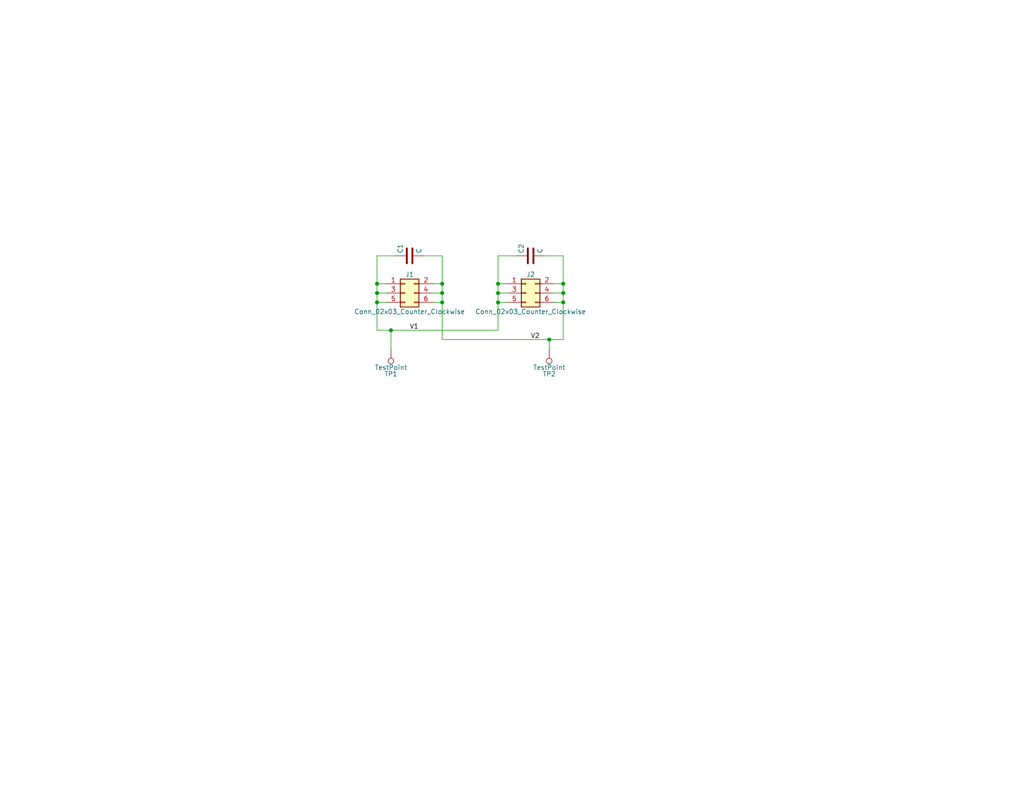
<source format=kicad_sch>
(kicad_sch (version 20231120) (generator "eeschema") (generator_version "8.0")
  (paper "A")
  (title_block (title "Breadboard Power Rail Jumper") (date "2024-04-21") (company "Perry Leumas") (comment 1 "Inspired by IMSAI Guy Design:") (comment 2 "    https://www.youtube.com/watch?v=gdtfjXa2s7k&t=334s"))
  (lib_symbols
    (symbol "Connector:TestPoint" (pin_numbers hide) (pin_names (offset 0.762) hide)
      (property "Reference" "TP" (at 0 6.858 0))
      (property "Value" "TestPoint" (at 0 5.08 0))
      (symbol "TestPoint_0_1"
        (circle (center 0 3.302) (radius 0.762))
      )
      (symbol "TestPoint_1_1"
        (pin passive line (at 0 0 90) (length 2.54) (name "1") (number "1"))
      )
    )
    (symbol "Connector_Generic:Conn_02x03_Odd_Even" (pin_names (offset 1.016) hide)
      (property "Reference" "J" (at 1.27 5.08 0))
      (property "Value" "Conn_02x03_Odd_Even" (at 1.27 -5.08 0))
      (symbol "Conn_02x03_Odd_Even_1_1"
        (rectangle (start -1.27 -2.413) (end 0 -2.667) (stroke (width 0.1524)))
        (rectangle (start -1.27 0.127) (end 0 -0.127) (stroke (width 0.1524)))
        (rectangle (start -1.27 2.667) (end 0 2.413) (stroke (width 0.1524)))
        (rectangle (start -1.27 3.81) (end 3.81 -3.81) (stroke (width 0.254)) (fill (type background)))
        (rectangle (start 3.81 -2.413) (end 2.54 -2.667) (stroke (width 0.1524)))
        (rectangle (start 3.81 0.127) (end 2.54 -0.127) (stroke (width 0.1524)))
        (rectangle (start 3.81 2.667) (end 2.54 2.413) (stroke (width 0.1524)))
        (pin passive line (at -5.08 2.54 0) (length 3.81) (name "Pin_1") (number "1"))
        (pin passive line (at 7.62 2.54 180) (length 3.81) (name "Pin_2") (number "2"))
        (pin passive line (at -5.08 0 0) (length 3.81) (name "Pin_3") (number "3"))
        (pin passive line (at 7.62 0 180) (length 3.81) (name "Pin_4") (number "4"))
        (pin passive line (at -5.08 -2.54 0) (length 3.81) (name "Pin_5") (number "5"))
        (pin passive line (at 7.62 -2.54 180) (length 3.81) (name "Pin_6") (number "6"))
      )
    )
    (symbol "Device:C" (pin_numbers hide) (pin_names (offset 0.254))
      (property "Reference" "C" (at 0.635 2.54 0))
      (property "Value" "C" (at 0.635 -2.54 0))
      (symbol "C_0_1"
        (polyline (pts (xy -2.032 -0.762) (xy 2.032 -0.762)) (stroke (width 0.508)))
        (polyline (pts (xy -2.032 0.762) (xy 2.032 0.762)) (stroke (width 0.508)))
      )
      (symbol "C_1_1"
        (pin passive line (at 0 3.81 270) (length 2.794) (name "~") (number "1"))
        (pin passive line (at 0 -3.81 90) (length 2.794) (name "~") (number "2"))
      )
    )
  )
  (junction (at 106.68 90.17))
  (junction (at 102.87 82.55))
  (junction (at 102.87 80.01))
  (junction (at 135.89 77.47))
  (junction (at 120.65 80.01))
  (junction (at 153.67 80.01))
  (junction (at 120.65 82.55))
  (junction (at 135.89 80.01))
  (junction (at 153.67 82.55))
  (junction (at 120.65 77.47))
  (junction (at 102.87 77.47))
  (junction (at 153.67 77.47))
  (junction (at 149.86 92.71))
  (junction (at 135.89 82.55))
  (wire (pts (xy 120.65 77.47) (xy 120.65 80.01)))
  (wire (pts (xy 149.86 92.71) (xy 149.86 95.25)))
  (wire (pts (xy 135.89 69.85) (xy 135.89 77.47)))
  (wire (pts (xy 102.87 80.01) (xy 102.87 82.55)))
  (wire (pts (xy 106.68 90.17) (xy 106.68 95.25)))
  (wire (pts (xy 135.89 80.01) (xy 135.89 82.55)))
  (wire (pts (xy 120.65 82.55) (xy 118.11 82.55)))
  (wire (pts (xy 149.86 92.71) (xy 153.67 92.71)))
  (wire (pts (xy 153.67 80.01) (xy 153.67 82.55)))
  (wire (pts (xy 153.67 69.85) (xy 153.67 77.47)))
  (wire (pts (xy 135.89 90.17) (xy 135.89 82.55)))
  (wire (pts (xy 115.57 69.85) (xy 120.65 69.85)))
  (wire (pts (xy 120.65 69.85) (xy 120.65 77.47)))
  (wire (pts (xy 102.87 82.55) (xy 102.87 90.17)))
  (wire (pts (xy 148.59 69.85) (xy 153.67 69.85)))
  (wire (pts (xy 135.89 82.55) (xy 138.43 82.55)))
  (wire (pts (xy 153.67 77.47) (xy 153.67 80.01)))
  (wire (pts (xy 102.87 82.55) (xy 105.41 82.55)))
  (wire (pts (xy 135.89 77.47) (xy 135.89 80.01)))
  (wire (pts (xy 153.67 92.71) (xy 153.67 82.55)))
  (wire (pts (xy 135.89 80.01) (xy 138.43 80.01)))
  (wire (pts (xy 107.95 69.85) (xy 102.87 69.85)))
  (wire (pts (xy 120.65 92.71) (xy 149.86 92.71)))
  (wire (pts (xy 138.43 77.47) (xy 135.89 77.47)))
  (wire (pts (xy 105.41 77.47) (xy 102.87 77.47)))
  (wire (pts (xy 151.13 77.47) (xy 153.67 77.47)))
  (wire (pts (xy 118.11 80.01) (xy 120.65 80.01)))
  (wire (pts (xy 153.67 82.55) (xy 151.13 82.55)))
  (wire (pts (xy 102.87 90.17) (xy 106.68 90.17)))
  (wire (pts (xy 102.87 77.47) (xy 102.87 80.01)))
  (wire (pts (xy 118.11 77.47) (xy 120.65 77.47)))
  (wire (pts (xy 102.87 69.85) (xy 102.87 77.47)))
  (wire (pts (xy 120.65 82.55) (xy 120.65 92.71)))
  (wire (pts (xy 140.97 69.85) (xy 135.89 69.85)))
  (wire (pts (xy 120.65 80.01) (xy 120.65 82.55)))
  (wire (pts (xy 106.68 90.17) (xy 135.89 90.17)))
  (wire (pts (xy 151.13 80.01) (xy 153.67 80.01)))
  (wire (pts (xy 102.87 80.01) (xy 105.41 80.01)))
  (label "V1" (at 111.76 90.17 0))
  (label "V2" (at 144.78 92.71 0))
  (symbol (lib_id "Device:C") (at 144.78 69.85 90) (unit 1)
    (property "Reference" "C2" (at 142.24 69.215 0) (effects (justify left)))
    (property "Value" "C" (at 147.32 69.215 0) (effects (justify left)))
    (property "Footprint" "Capacitor_SMD:C_0805_2012Metric_Pad1.18x1.45mm_HandSolder" (effects (hide yes)))
    (property "Description" "Unpolarized capacitor" (effects (hide yes)))
  )
  (symbol (lib_id "Connector_Generic:Conn_02x03_Odd_Even") (at 110.49 80.01 0) (unit 1)
    (property "Reference" "J1" (at 111.76 74.93 0))
    (property "Value" "Conn_02x03_Counter_Clockwise" (at 111.76 85.09 0))
    (property "Footprint" "Connector_PinHeader_2.54mm:PinHeader_2x03_P2.54mm_Vertical" (effects (hide yes)))
    (property "Description" "Generic connector, double row, 02x03, odd/even pin numbering scheme (row 1 odd numbers, row 2 even numbers), script generated (kicad-library-utils/schlib/autogen/connector/)" (effects (hide yes)))
  )
  (symbol (lib_id "Connector:TestPoint") (at 149.86 95.25 180) (unit 1)
    (property "Reference" "TP2" (at 149.86 102.108 0))
    (property "Value" "TestPoint" (at 149.86 100.33 0))
    (property "Footprint" "TestPoint:TestPoint_Loop_D2.60mm_Drill1.6mm_Beaded" (effects (hide yes)))
    (property "Description" "test point" (effects (hide yes)))
  )
  (symbol (lib_id "Device:C") (at 111.76 69.85 90) (unit 1)
    (property "Reference" "C1" (at 109.22 69.215 0) (effects (justify left)))
    (property "Value" "C" (at 114.3 69.215 0) (effects (justify left)))
    (property "Footprint" "Capacitor_SMD:C_0805_2012Metric_Pad1.18x1.45mm_HandSolder" (effects (hide yes)))
    (property "Description" "Unpolarized capacitor" (effects (hide yes)))
  )
  (symbol (lib_id "Connector:TestPoint") (at 106.68 95.25 180) (unit 1)
    (property "Reference" "TP1" (at 106.68 102.108 0))
    (property "Value" "TestPoint" (at 106.68 100.33 0))
    (property "Footprint" "TestPoint:TestPoint_Loop_D2.60mm_Drill1.6mm_Beaded" (effects (hide yes)))
    (property "Description" "test point" (effects (hide yes)))
  )
  (symbol (lib_id "Connector_Generic:Conn_02x03_Odd_Even") (at 143.51 80.01 0) (unit 1)
    (property "Reference" "J2" (at 144.78 74.93 0))
    (property "Value" "Conn_02x03_Counter_Clockwise" (at 144.78 85.09 0))
    (property "Footprint" "Connector_PinHeader_2.54mm:PinHeader_2x03_P2.54mm_Vertical" (effects (hide yes)))
    (property "Description" "Generic connector, double row, 02x03, odd/even pin numbering scheme (row 1 odd numbers, row 2 even numbers), script generated (kicad-library-utils/schlib/autogen/connector/)" (effects (hide yes)))
  )
)
</source>
